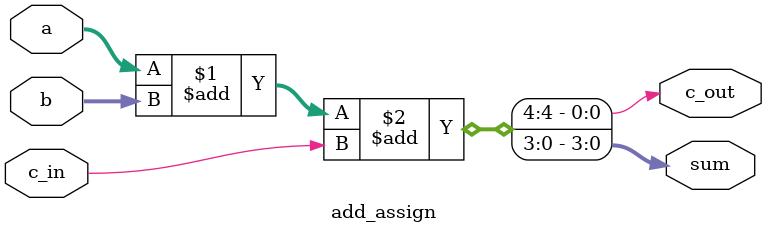
<source format=v>
`timescale 1ns / 1ps


module add_assign(
    input [2:0] a,
    input [2:0] b,
    input c_in,
    output [3:0] sum,
    output c_out
    );
    
    assign {c_out, sum} = a + b + c_in;
endmodule

</source>
